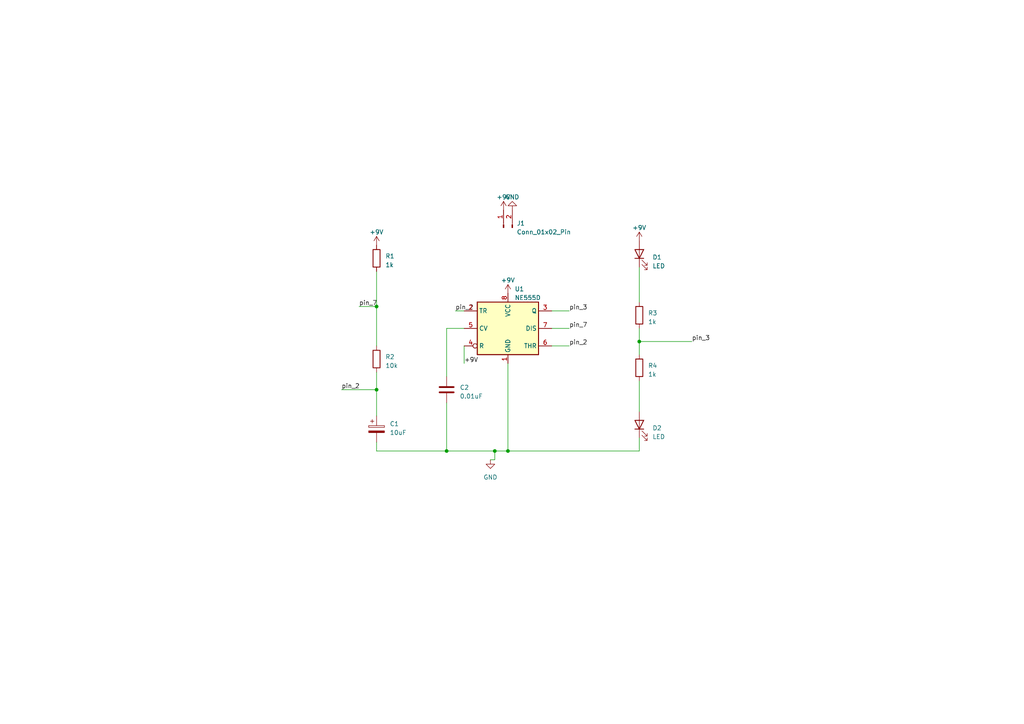
<source format=kicad_sch>
(kicad_sch (version 20230121) (generator eeschema)
  (paper "A4")
  (lib_symbols
    (symbol "Connector:Conn_01x02_Pin" (pin_names (offset 1.016) hide)
      (property "Reference" "J" (at 0 2.54 0))
      (property "Value" "Conn_01x02_Pin" (at 0 -5.08 0))
      (symbol "Conn_01x02_Pin_1_1"
        (polyline (pts (xy 1.27 -2.54) (xy 0.8636 -2.54)) (stroke (width 0.1524)))
        (polyline (pts (xy 1.27 0) (xy 0.8636 0)) (stroke (width 0.1524)))
        (rectangle (start 0.8636 -2.413) (end 0 -2.667) (stroke (width 0.1524)) (fill (type outline)))
        (rectangle (start 0.8636 0.127) (end 0 -0.127) (stroke (width 0.1524)) (fill (type outline)))
        (pin passive line (at 5.08 0 180) (length 3.81) (name "Pin_1") (number "1"))
        (pin passive line (at 5.08 -2.54 180) (length 3.81) (name "Pin_2") (number "2"))
      )
    )
    (symbol "Device:C" (pin_numbers hide) (pin_names (offset 0.254))
      (property "Reference" "C" (at 0.635 2.54 0))
      (property "Value" "C" (at 0.635 -2.54 0))
      (symbol "C_0_1"
        (polyline (pts (xy -2.032 -0.762) (xy 2.032 -0.762)) (stroke (width 0.508)))
        (polyline (pts (xy -2.032 0.762) (xy 2.032 0.762)) (stroke (width 0.508)))
      )
      (symbol "C_1_1"
        (pin passive line (at 0 3.81 270) (length 2.794) (name "~") (number "1"))
        (pin passive line (at 0 -3.81 90) (length 2.794) (name "~") (number "2"))
      )
    )
    (symbol "Device:C_Polarized" (pin_numbers hide) (pin_names (offset 0.254))
      (property "Reference" "C" (at 0.635 2.54 0))
      (property "Value" "C_Polarized" (at 0.635 -2.54 0))
      (symbol "C_Polarized_0_1"
        (rectangle (start -2.286 0.508) (end 2.286 1.016))
        (polyline (pts (xy -1.778 2.286) (xy -0.762 2.286)))
        (polyline (pts (xy -1.27 2.794) (xy -1.27 1.778)))
        (rectangle (start 2.286 -0.508) (end -2.286 -1.016) (fill (type outline)))
      )
      (symbol "C_Polarized_1_1"
        (pin passive line (at 0 3.81 270) (length 2.794) (name "~") (number "1"))
        (pin passive line (at 0 -3.81 90) (length 2.794) (name "~") (number "2"))
      )
    )
    (symbol "Device:LED" (pin_numbers hide) (pin_names (offset 1.016) hide)
      (property "Reference" "D" (at 0 2.54 0))
      (property "Value" "LED" (at 0 -2.54 0))
      (symbol "LED_0_1"
        (polyline (pts (xy -1.27 -1.27) (xy -1.27 1.27)) (stroke (width 0.254)))
        (polyline (pts (xy -1.27 0) (xy 1.27 0)))
        (polyline (pts (xy 1.27 -1.27) (xy 1.27 1.27) (xy -1.27 0) (xy 1.27 -1.27)) (stroke (width 0.254)))
        (polyline (pts (xy -3.048 -0.762) (xy -4.572 -2.286) (xy -3.81 -2.286) (xy -4.572 -2.286) (xy -4.572 -1.524)))
        (polyline (pts (xy -1.778 -0.762) (xy -3.302 -2.286) (xy -2.54 -2.286) (xy -3.302 -2.286) (xy -3.302 -1.524)))
      )
      (symbol "LED_1_1"
        (pin passive line (at -3.81 0 0) (length 2.54) (name "K") (number "1"))
        (pin passive line (at 3.81 0 180) (length 2.54) (name "A") (number "2"))
      )
    )
    (symbol "Device:R" (pin_numbers hide) (pin_names (offset 0))
      (property "Reference" "R" (at 2.032 0 90))
      (property "Value" "R" (at 0 0 90))
      (symbol "R_0_1"
        (rectangle (start -1.016 -2.54) (end 1.016 2.54) (stroke (width 0.254)))
      )
      (symbol "R_1_1"
        (pin passive line (at 0 3.81 270) (length 1.27) (name "~") (number "1"))
        (pin passive line (at 0 -3.81 90) (length 1.27) (name "~") (number "2"))
      )
    )
    (symbol "Timer:NE555D"
      (property "Reference" "U" (at -10.16 8.89 0))
      (property "Value" "NE555D" (at 2.54 8.89 0))
      (symbol "NE555D_0_0"
        (pin power_in line (at 0 -10.16 90) (length 2.54) (name "GND") (number "1"))
        (pin power_in line (at 0 10.16 270) (length 2.54) (name "VCC") (number "8"))
      )
      (symbol "NE555D_0_1"
        (rectangle (start -8.89 -7.62) (end 8.89 7.62) (stroke (width 0.254)) (fill (type background)))
        (rectangle (start -8.89 -7.62) (end 8.89 7.62) (stroke (width 0.254)) (fill (type background)))
      )
      (symbol "NE555D_1_1"
        (pin input line (at -12.7 5.08 0) (length 3.81) (name "TR") (number "2"))
        (pin output line (at 12.7 5.08 180) (length 3.81) (name "Q") (number "3"))
        (pin input inverted (at -12.7 -5.08 0) (length 3.81) (name "R") (number "4"))
        (pin input line (at -12.7 0 0) (length 3.81) (name "CV") (number "5"))
        (pin input line (at 12.7 -5.08 180) (length 3.81) (name "THR") (number "6"))
        (pin input line (at 12.7 0 180) (length 3.81) (name "DIS") (number "7"))
      )
    )
    (symbol "power:+9V" (power) (pin_names (offset 0))
      (property "Value" "+9V" (at 0 3.556 0))
      (symbol "+9V_0_1"
        (polyline (pts (xy -0.762 1.27) (xy 0 2.54)))
        (polyline (pts (xy 0 0) (xy 0 2.54)))
        (polyline (pts (xy 0 2.54) (xy 0.762 1.27)))
      )
      (symbol "+9V_1_1"
        (pin power_in line (at 0 0 90) (length 0) hide (name "+9V") (number "1"))
      )
    )
    (symbol "power:GND" (power) (pin_names (offset 0))
      (property "Value" "GND" (at 0 -3.81 0))
      (symbol "GND_0_1"
        (polyline (pts (xy 0 0) (xy 0 -1.27) (xy 1.27 -1.27) (xy 0 -2.54) (xy -1.27 -1.27) (xy 0 -1.27)))
      )
      (symbol "GND_1_1"
        (pin power_in line (at 0 0 270) (length 0) hide (name "GND") (number "1"))
      )
    )
  )
  (junction (at 109.22 113.03))
  (junction (at 109.22 88.9))
  (junction (at 143.51 130.81))
  (junction (at 185.42 99.06))
  (junction (at 129.54 130.81))
  (junction (at 147.32 130.81))
  (wire (pts (xy 185.42 95.25) (xy 185.42 99.06)))
  (wire (pts (xy 109.22 113.03) (xy 109.22 120.65)))
  (wire (pts (xy 147.32 105.41) (xy 147.32 130.81)))
  (wire (pts (xy 147.32 130.81) (xy 185.42 130.81)))
  (wire (pts (xy 129.54 116.84) (xy 129.54 130.81)))
  (wire (pts (xy 142.24 133.35) (xy 143.51 133.35)))
  (wire (pts (xy 160.02 95.25) (xy 165.1 95.25)))
  (wire (pts (xy 185.42 127) (xy 185.42 130.81)))
  (wire (pts (xy 129.54 130.81) (xy 143.51 130.81)))
  (wire (pts (xy 109.22 107.95) (xy 109.22 113.03)))
  (wire (pts (xy 104.14 88.9) (xy 109.22 88.9)))
  (wire (pts (xy 160.02 90.17) (xy 165.1 90.17)))
  (wire (pts (xy 132.08 90.17) (xy 134.62 90.17)))
  (wire (pts (xy 143.51 130.81) (xy 147.32 130.81)))
  (wire (pts (xy 109.22 130.81) (xy 129.54 130.81)))
  (wire (pts (xy 185.42 99.06) (xy 185.42 102.87)))
  (wire (pts (xy 185.42 77.47) (xy 185.42 87.63)))
  (wire (pts (xy 185.42 110.49) (xy 185.42 119.38)))
  (wire (pts (xy 129.54 95.25) (xy 134.62 95.25)))
  (wire (pts (xy 185.42 99.06) (xy 200.66 99.06)))
  (wire (pts (xy 99.06 113.03) (xy 109.22 113.03)))
  (wire (pts (xy 143.51 130.81) (xy 143.51 133.35)))
  (wire (pts (xy 109.22 130.81) (xy 109.22 128.27)))
  (wire (pts (xy 109.22 88.9) (xy 109.22 100.33)))
  (wire (pts (xy 134.62 100.33) (xy 134.62 105.41)))
  (wire (pts (xy 109.22 78.74) (xy 109.22 88.9)))
  (wire (pts (xy 160.02 100.33) (xy 165.1 100.33)))
  (wire (pts (xy 129.54 109.22) (xy 129.54 95.25)))
  (label "pin_2" (at 165.1 100.33 0))
  (label "pin_7" (at 104.14 88.9 0))
  (label "pin_3" (at 165.1 90.17 0))
  (label "pin_3" (at 200.66 99.06 0))
  (label "pin_7" (at 165.1 95.25 0))
  (label "+9V" (at 134.62 105.41 0))
  (label "pin_2" (at 132.08 90.17 0))
  (label "pin_2" (at 99.06 113.03 0))
  (symbol (lib_id "power:+9V") (at 185.42 69.85 0) (unit 1)
    (property "Reference" "#PWR05" (effects hide))
    (property "Value" "+9V" (at 185.42 66.04 0))
  )
  (symbol (lib_id "power:+9V") (at 146.05 60.96 0) (unit 1)
    (property "Reference" "#PWR03" (effects hide))
    (property "Value" "+9V" (at 146.05 57.15 0))
  )
  (symbol (lib_id "Device:LED") (at 185.42 123.19 90) (unit 1)
    (property "Reference" "D2" (at 189.23 124.1425 90) (effects (justify right)))
    (property "Value" "LED" (at 189.23 126.6825 90) (effects (justify right)))
    (property "Footprint" "LED_SMD:LED_1206_3216Metric_Pad1.42x1.75mm_HandSolder" (effects hide))
  )
  (symbol (lib_id "power:GND") (at 142.24 133.35 0) (unit 1)
    (property "Reference" "#PWR02" (effects hide))
    (property "Value" "GND" (at 142.24 138.43 0))
  )
  (symbol (lib_id "Device:R") (at 109.22 74.93 0) (unit 1)
    (property "Reference" "R1" (at 111.76 74.295 0) (effects (justify left)))
    (property "Value" "1k" (at 111.76 76.835 0) (effects (justify left)))
    (property "Footprint" "Resistor_SMD:R_0805_2012Metric_Pad1.20x1.40mm_HandSolder" (effects hide))
  )
  (symbol (lib_id "Timer:NE555D") (at 147.32 95.25 0) (unit 1)
    (property "Reference" "U1" (at 149.2759 83.82 0) (effects (justify left)))
    (property "Value" "NE555D" (at 149.2759 86.36 0) (effects (justify left)))
    (property "Footprint" "Package_SO:SOIC-8-1EP_3.9x4.9mm_P1.27mm_EP2.29x3mm" (effects hide))
    (property "Datasheet" "http://www.ti.com/lit/ds/symlink/ne555.pdf" (effects hide))
  )
  (symbol (lib_id "power:+9V") (at 147.32 85.09 0) (unit 1)
    (property "Reference" "#PWR06" (effects hide))
    (property "Value" "+9V" (at 147.32 81.28 0))
  )
  (symbol (lib_id "Device:C") (at 129.54 113.03 0) (unit 1)
    (property "Reference" "C2" (at 133.35 112.395 0) (effects (justify left)))
    (property "Value" "0.01uF" (at 133.35 114.935 0) (effects (justify left)))
    (property "Footprint" "Capacitor_SMD:C_0805_2012Metric_Pad1.18x1.45mm_HandSolder" (effects hide))
  )
  (symbol (lib_id "power:GND") (at 148.59 60.96 180) (unit 1)
    (property "Reference" "#PWR01" (effects hide))
    (property "Value" "GND" (at 148.59 57.15 0))
  )
  (symbol (lib_id "Device:LED") (at 185.42 73.66 90) (unit 1)
    (property "Reference" "D1" (at 189.23 74.6125 90) (effects (justify right)))
    (property "Value" "LED" (at 189.23 77.1525 90) (effects (justify right)))
    (property "Footprint" "LED_SMD:LED_1206_3216Metric_Pad1.42x1.75mm_HandSolder" (effects hide))
  )
  (symbol (lib_id "Connector:Conn_01x02_Pin") (at 146.05 66.04 90) (unit 1)
    (property "Reference" "J1" (at 149.86 64.77 90) (effects (justify right)))
    (property "Value" "Conn_01x02_Pin" (at 149.86 67.31 90) (effects (justify right)))
    (property "Footprint" "Connector_JST:JST_EH_S2B-EH_1x02_P2.50mm_Horizontal" (effects hide))
  )
  (symbol (lib_id "Device:C_Polarized") (at 109.22 124.46 0) (unit 1)
    (property "Reference" "C1" (at 113.03 122.936 0) (effects (justify left)))
    (property "Value" "10uF" (at 113.03 125.476 0) (effects (justify left)))
    (property "Footprint" "Capacitor_Tantalum_SMD:CP_EIA-3216-18_Kemet-A_Pad1.58x1.35mm_HandSolder" (effects hide))
  )
  (symbol (lib_id "power:+9V") (at 109.22 71.12 0) (unit 1)
    (property "Reference" "#PWR04" (effects hide))
    (property "Value" "+9V" (at 109.22 67.31 0))
  )
  (symbol (lib_id "Device:R") (at 109.22 104.14 0) (unit 1)
    (property "Reference" "R2" (at 111.76 103.505 0) (effects (justify left)))
    (property "Value" "10k" (at 111.76 106.045 0) (effects (justify left)))
    (property "Footprint" "Resistor_SMD:R_0805_2012Metric_Pad1.20x1.40mm_HandSolder" (effects hide))
  )
  (symbol (lib_id "Device:R") (at 185.42 91.44 0) (unit 1)
    (property "Reference" "R3" (at 187.96 90.805 0) (effects (justify left)))
    (property "Value" "1k" (at 187.96 93.345 0) (effects (justify left)))
    (property "Footprint" "Resistor_SMD:R_0805_2012Metric_Pad1.20x1.40mm_HandSolder" (effects hide))
  )
  (symbol (lib_id "Device:R") (at 185.42 106.68 0) (unit 1)
    (property "Reference" "R4" (at 187.96 106.045 0) (effects (justify left)))
    (property "Value" "1k" (at 187.96 108.585 0) (effects (justify left)))
    (property "Footprint" "Resistor_SMD:R_0805_2012Metric_Pad1.20x1.40mm_HandSolder" (effects hide))
  )
)
</source>
